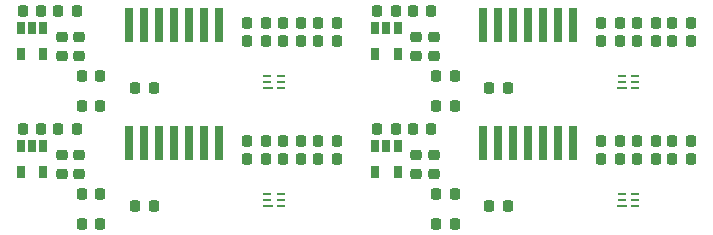
<source format=gbp>
%TF.GenerationSoftware,KiCad,Pcbnew,(6.0.1)*%
%TF.CreationDate,2022-12-02T01:02:59+09:00*%
%TF.ProjectId,VL6180ToF,564c3631-3830-4546-9f46-2e6b69636164,rev?*%
%TF.SameCoordinates,Original*%
%TF.FileFunction,Paste,Bot*%
%TF.FilePolarity,Positive*%
%FSLAX46Y46*%
G04 Gerber Fmt 4.6, Leading zero omitted, Abs format (unit mm)*
G04 Created by KiCad (PCBNEW (6.0.1)) date 2022-12-02 01:02:59*
%MOMM*%
%LPD*%
G01*
G04 APERTURE LIST*
G04 Aperture macros list*
%AMRoundRect*
0 Rectangle with rounded corners*
0 $1 Rounding radius*
0 $2 $3 $4 $5 $6 $7 $8 $9 X,Y pos of 4 corners*
0 Add a 4 corners polygon primitive as box body*
4,1,4,$2,$3,$4,$5,$6,$7,$8,$9,$2,$3,0*
0 Add four circle primitives for the rounded corners*
1,1,$1+$1,$2,$3*
1,1,$1+$1,$4,$5*
1,1,$1+$1,$6,$7*
1,1,$1+$1,$8,$9*
0 Add four rect primitives between the rounded corners*
20,1,$1+$1,$2,$3,$4,$5,0*
20,1,$1+$1,$4,$5,$6,$7,0*
20,1,$1+$1,$6,$7,$8,$9,0*
20,1,$1+$1,$8,$9,$2,$3,0*%
G04 Aperture macros list end*
%ADD10RoundRect,0.218750X-0.218750X-0.256250X0.218750X-0.256250X0.218750X0.256250X-0.218750X0.256250X0*%
%ADD11RoundRect,0.218750X0.218750X0.256250X-0.218750X0.256250X-0.218750X-0.256250X0.218750X-0.256250X0*%
%ADD12RoundRect,0.218750X0.256250X-0.218750X0.256250X0.218750X-0.256250X0.218750X-0.256250X-0.218750X0*%
%ADD13R,0.850000X0.280000*%
%ADD14R,0.750000X0.280000*%
%ADD15R,0.650000X1.060000*%
%ADD16R,0.650000X3.000000*%
G04 APERTURE END LIST*
D10*
%TO.C,C1*%
X117212500Y-101000000D03*
X118787500Y-101000000D03*
%TD*%
D11*
%TO.C,C2*%
X121787500Y-101000000D03*
X120212500Y-101000000D03*
%TD*%
D12*
%TO.C,C3*%
X120500000Y-104787500D03*
X120500000Y-103212500D03*
%TD*%
%TO.C,C4*%
X122000000Y-104787500D03*
X122000000Y-103212500D03*
%TD*%
D11*
%TO.C,C5*%
X128287500Y-107500000D03*
X126712500Y-107500000D03*
%TD*%
D13*
%TO.C,Q1*%
X137975000Y-107500000D03*
D14*
X137925000Y-107000000D03*
X137925000Y-106500000D03*
X139075000Y-106500000D03*
X139075000Y-107000000D03*
X139075000Y-107500000D03*
%TD*%
D10*
%TO.C,R1*%
X122212500Y-106500000D03*
X123787500Y-106500000D03*
%TD*%
%TO.C,R2*%
X122212500Y-109000000D03*
X123787500Y-109000000D03*
%TD*%
D11*
%TO.C,R3*%
X137787500Y-103500000D03*
X136212500Y-103500000D03*
%TD*%
%TO.C,R4*%
X137787500Y-102000000D03*
X136212500Y-102000000D03*
%TD*%
D10*
%TO.C,R5*%
X139212500Y-103500000D03*
X140787500Y-103500000D03*
%TD*%
%TO.C,R6*%
X139212500Y-102000000D03*
X140787500Y-102000000D03*
%TD*%
%TO.C,R7*%
X142212500Y-103500000D03*
X143787500Y-103500000D03*
%TD*%
%TO.C,R8*%
X142212500Y-102000000D03*
X143787500Y-102000000D03*
%TD*%
D15*
%TO.C,U1*%
X117050000Y-102400000D03*
X118000000Y-102400000D03*
X118950000Y-102400000D03*
X118950000Y-104600000D03*
X117050000Y-104600000D03*
%TD*%
D11*
%TO.C,R3*%
X167787500Y-113500000D03*
X166212500Y-113500000D03*
%TD*%
%TO.C,R3*%
X137787500Y-113500000D03*
X136212500Y-113500000D03*
%TD*%
D13*
%TO.C,Q1*%
X167975000Y-107500000D03*
D14*
X167925000Y-107000000D03*
X167925000Y-106500000D03*
X169075000Y-106500000D03*
X169075000Y-107000000D03*
X169075000Y-107500000D03*
%TD*%
D12*
%TO.C,C3*%
X120500000Y-114787500D03*
X120500000Y-113212500D03*
%TD*%
D11*
%TO.C,C2*%
X151787500Y-101000000D03*
X150212500Y-101000000D03*
%TD*%
D10*
%TO.C,C1*%
X147212500Y-111000000D03*
X148787500Y-111000000D03*
%TD*%
%TO.C,R7*%
X172212500Y-103500000D03*
X173787500Y-103500000D03*
%TD*%
%TO.C,R2*%
X152212500Y-109000000D03*
X153787500Y-109000000D03*
%TD*%
D11*
%TO.C,R4*%
X167787500Y-112000000D03*
X166212500Y-112000000D03*
%TD*%
D10*
%TO.C,R6*%
X169212500Y-102000000D03*
X170787500Y-102000000D03*
%TD*%
%TO.C,R2*%
X122212500Y-119000000D03*
X123787500Y-119000000D03*
%TD*%
D11*
%TO.C,C2*%
X121787500Y-111000000D03*
X120212500Y-111000000D03*
%TD*%
D16*
%TO.C,J1*%
X156190000Y-102137500D03*
X157460000Y-102137500D03*
X158730000Y-102137500D03*
X160000000Y-102137500D03*
X161270000Y-102137500D03*
X162540000Y-102137500D03*
X163810000Y-102137500D03*
%TD*%
D10*
%TO.C,R8*%
X172212500Y-112000000D03*
X173787500Y-112000000D03*
%TD*%
%TO.C,R7*%
X172212500Y-113500000D03*
X173787500Y-113500000D03*
%TD*%
D12*
%TO.C,C4*%
X122000000Y-114787500D03*
X122000000Y-113212500D03*
%TD*%
D11*
%TO.C,C5*%
X128287500Y-117500000D03*
X126712500Y-117500000D03*
%TD*%
D10*
%TO.C,R8*%
X142212500Y-112000000D03*
X143787500Y-112000000D03*
%TD*%
D16*
%TO.C,J1*%
X156190000Y-112137500D03*
X157460000Y-112137500D03*
X158730000Y-112137500D03*
X160000000Y-112137500D03*
X161270000Y-112137500D03*
X162540000Y-112137500D03*
X163810000Y-112137500D03*
%TD*%
D15*
%TO.C,U1*%
X117050000Y-112400000D03*
X118000000Y-112400000D03*
X118950000Y-112400000D03*
X118950000Y-114600000D03*
X117050000Y-114600000D03*
%TD*%
D16*
%TO.C,J1*%
X126190000Y-102137500D03*
X127460000Y-102137500D03*
X128730000Y-102137500D03*
X130000000Y-102137500D03*
X131270000Y-102137500D03*
X132540000Y-102137500D03*
X133810000Y-102137500D03*
%TD*%
D13*
%TO.C,Q1*%
X137975000Y-117500000D03*
D14*
X137925000Y-117000000D03*
X137925000Y-116500000D03*
X139075000Y-116500000D03*
X139075000Y-117000000D03*
X139075000Y-117500000D03*
%TD*%
D12*
%TO.C,C3*%
X150500000Y-114787500D03*
X150500000Y-113212500D03*
%TD*%
D10*
%TO.C,R7*%
X142212500Y-113500000D03*
X143787500Y-113500000D03*
%TD*%
%TO.C,R5*%
X169212500Y-103500000D03*
X170787500Y-103500000D03*
%TD*%
D11*
%TO.C,C5*%
X158287500Y-117500000D03*
X156712500Y-117500000D03*
%TD*%
D10*
%TO.C,R1*%
X152212500Y-106500000D03*
X153787500Y-106500000D03*
%TD*%
D12*
%TO.C,C3*%
X150500000Y-104787500D03*
X150500000Y-103212500D03*
%TD*%
D10*
%TO.C,R1*%
X122212500Y-116500000D03*
X123787500Y-116500000D03*
%TD*%
%TO.C,R1*%
X152212500Y-116500000D03*
X153787500Y-116500000D03*
%TD*%
D11*
%TO.C,C5*%
X158287500Y-107500000D03*
X156712500Y-107500000D03*
%TD*%
D10*
%TO.C,R5*%
X139212500Y-113500000D03*
X140787500Y-113500000D03*
%TD*%
%TO.C,R5*%
X169212500Y-113500000D03*
X170787500Y-113500000D03*
%TD*%
D11*
%TO.C,R4*%
X137787500Y-112000000D03*
X136212500Y-112000000D03*
%TD*%
D10*
%TO.C,R6*%
X139212500Y-112000000D03*
X140787500Y-112000000D03*
%TD*%
%TO.C,C1*%
X117212500Y-111000000D03*
X118787500Y-111000000D03*
%TD*%
%TO.C,C1*%
X147212500Y-101000000D03*
X148787500Y-101000000D03*
%TD*%
%TO.C,R2*%
X152212500Y-119000000D03*
X153787500Y-119000000D03*
%TD*%
D12*
%TO.C,C4*%
X152000000Y-114787500D03*
X152000000Y-113212500D03*
%TD*%
D11*
%TO.C,C2*%
X151787500Y-111000000D03*
X150212500Y-111000000D03*
%TD*%
D15*
%TO.C,U1*%
X147050000Y-112400000D03*
X148000000Y-112400000D03*
X148950000Y-112400000D03*
X148950000Y-114600000D03*
X147050000Y-114600000D03*
%TD*%
D10*
%TO.C,R6*%
X169212500Y-112000000D03*
X170787500Y-112000000D03*
%TD*%
D13*
%TO.C,Q1*%
X167975000Y-117500000D03*
D14*
X167925000Y-117000000D03*
X167925000Y-116500000D03*
X169075000Y-116500000D03*
X169075000Y-117000000D03*
X169075000Y-117500000D03*
%TD*%
D11*
%TO.C,R3*%
X167787500Y-103500000D03*
X166212500Y-103500000D03*
%TD*%
D15*
%TO.C,U1*%
X147050000Y-102400000D03*
X148000000Y-102400000D03*
X148950000Y-102400000D03*
X148950000Y-104600000D03*
X147050000Y-104600000D03*
%TD*%
D11*
%TO.C,R4*%
X167787500Y-102000000D03*
X166212500Y-102000000D03*
%TD*%
D10*
%TO.C,R8*%
X172212500Y-102000000D03*
X173787500Y-102000000D03*
%TD*%
D12*
%TO.C,C4*%
X152000000Y-104787500D03*
X152000000Y-103212500D03*
%TD*%
D16*
%TO.C,J1*%
X126190000Y-112137500D03*
X127460000Y-112137500D03*
X128730000Y-112137500D03*
X130000000Y-112137500D03*
X131270000Y-112137500D03*
X132540000Y-112137500D03*
X133810000Y-112137500D03*
%TD*%
M02*

</source>
